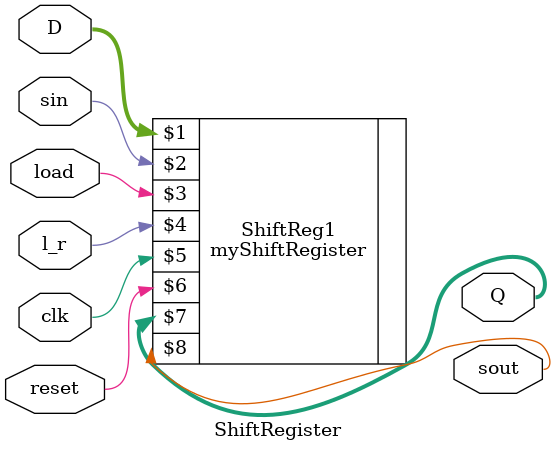
<source format=v>
module ShiftRegister(
	input [3:0]D,
	input sin,
	input load,
	input l_r,
	input clk,
	input reset,
	output [3:0]Q,
	output sout
);

	
		
	myShiftRegister ShiftReg1(D, sin, load, l_r, clk, reset, Q, sout);



endmodule

</source>
